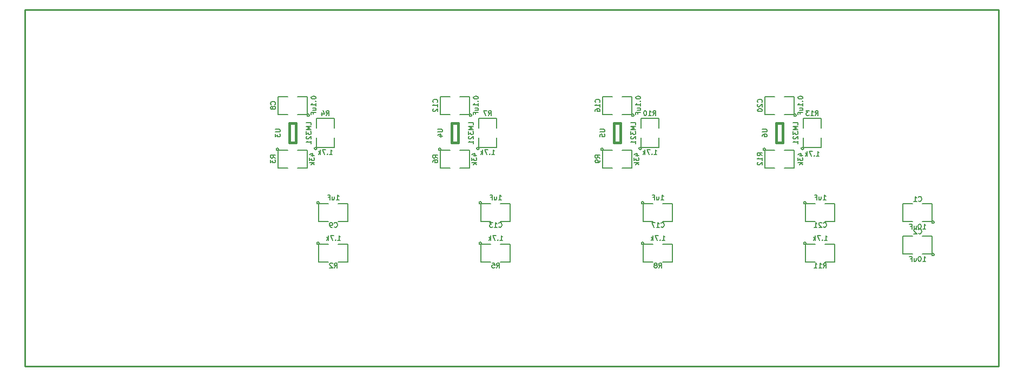
<source format=gbo>
G04 (created by PCBNEW-RS274X (2010-03-14)-final) date Mon 23 May 2011 01:34:54 PM PDT*
G01*
G70*
G90*
%MOIN*%
G04 Gerber Fmt 3.4, Leading zero omitted, Abs format*
%FSLAX34Y34*%
G04 APERTURE LIST*
%ADD10C,0.006000*%
%ADD11C,0.009000*%
%ADD12C,0.015000*%
%ADD13C,0.005000*%
G04 APERTURE END LIST*
G54D10*
G54D11*
X25500Y-33500D02*
X25500Y-55500D01*
X85500Y-33500D02*
X25500Y-33500D01*
X85500Y-55500D02*
X85500Y-33500D01*
X25500Y-55500D02*
X85500Y-55500D01*
G54D12*
X41800Y-40500D02*
X42200Y-40500D01*
X42200Y-40500D02*
X42200Y-41700D01*
X42200Y-41700D02*
X41800Y-41700D01*
X41800Y-41700D02*
X41800Y-40500D01*
X51800Y-40500D02*
X52200Y-40500D01*
X52200Y-40500D02*
X52200Y-41700D01*
X52200Y-41700D02*
X51800Y-41700D01*
X51800Y-41700D02*
X51800Y-40500D01*
X61800Y-40500D02*
X62200Y-40500D01*
X62200Y-40500D02*
X62200Y-41700D01*
X62200Y-41700D02*
X61800Y-41700D01*
X61800Y-41700D02*
X61800Y-40500D01*
X71800Y-40500D02*
X72200Y-40500D01*
X72200Y-40500D02*
X72200Y-41700D01*
X72200Y-41700D02*
X71800Y-41700D01*
X71800Y-41700D02*
X71800Y-40500D01*
G54D13*
X81520Y-48600D02*
X81518Y-48613D01*
X81514Y-48626D01*
X81508Y-48638D01*
X81499Y-48649D01*
X81489Y-48658D01*
X81477Y-48664D01*
X81464Y-48668D01*
X81450Y-48669D01*
X81437Y-48668D01*
X81424Y-48664D01*
X81412Y-48658D01*
X81402Y-48650D01*
X81393Y-48639D01*
X81386Y-48627D01*
X81382Y-48614D01*
X81381Y-48600D01*
X81382Y-48588D01*
X81385Y-48575D01*
X81392Y-48563D01*
X81400Y-48552D01*
X81411Y-48543D01*
X81422Y-48536D01*
X81435Y-48532D01*
X81449Y-48531D01*
X81462Y-48532D01*
X81475Y-48535D01*
X81487Y-48541D01*
X81498Y-48550D01*
X81507Y-48560D01*
X81513Y-48572D01*
X81518Y-48585D01*
X81519Y-48599D01*
X81520Y-48600D01*
X80800Y-47450D02*
X81400Y-47450D01*
X81400Y-47450D02*
X81400Y-48550D01*
X81400Y-48550D02*
X80800Y-48550D01*
X80200Y-48550D02*
X79600Y-48550D01*
X79600Y-48550D02*
X79600Y-47450D01*
X79600Y-47450D02*
X80200Y-47450D01*
X43020Y-40000D02*
X43018Y-40013D01*
X43014Y-40026D01*
X43008Y-40038D01*
X42999Y-40049D01*
X42989Y-40058D01*
X42977Y-40064D01*
X42964Y-40068D01*
X42950Y-40069D01*
X42937Y-40068D01*
X42924Y-40064D01*
X42912Y-40058D01*
X42902Y-40050D01*
X42893Y-40039D01*
X42886Y-40027D01*
X42882Y-40014D01*
X42881Y-40000D01*
X42882Y-39988D01*
X42885Y-39975D01*
X42892Y-39963D01*
X42900Y-39952D01*
X42911Y-39943D01*
X42922Y-39936D01*
X42935Y-39932D01*
X42949Y-39931D01*
X42962Y-39932D01*
X42975Y-39935D01*
X42987Y-39941D01*
X42998Y-39950D01*
X43007Y-39960D01*
X43013Y-39972D01*
X43018Y-39985D01*
X43019Y-39999D01*
X43020Y-40000D01*
X42300Y-38850D02*
X42900Y-38850D01*
X42900Y-38850D02*
X42900Y-39950D01*
X42900Y-39950D02*
X42300Y-39950D01*
X41700Y-39950D02*
X41100Y-39950D01*
X41100Y-39950D02*
X41100Y-38850D01*
X41100Y-38850D02*
X41700Y-38850D01*
X43620Y-45400D02*
X43618Y-45413D01*
X43614Y-45426D01*
X43608Y-45438D01*
X43599Y-45449D01*
X43589Y-45458D01*
X43577Y-45464D01*
X43564Y-45468D01*
X43550Y-45469D01*
X43537Y-45468D01*
X43524Y-45464D01*
X43512Y-45458D01*
X43502Y-45450D01*
X43493Y-45439D01*
X43486Y-45427D01*
X43482Y-45414D01*
X43481Y-45400D01*
X43482Y-45388D01*
X43485Y-45375D01*
X43492Y-45363D01*
X43500Y-45352D01*
X43511Y-45343D01*
X43522Y-45336D01*
X43535Y-45332D01*
X43549Y-45331D01*
X43562Y-45332D01*
X43575Y-45335D01*
X43587Y-45341D01*
X43598Y-45350D01*
X43607Y-45360D01*
X43613Y-45372D01*
X43618Y-45385D01*
X43619Y-45399D01*
X43620Y-45400D01*
X44200Y-46550D02*
X43600Y-46550D01*
X43600Y-46550D02*
X43600Y-45450D01*
X43600Y-45450D02*
X44200Y-45450D01*
X44800Y-45450D02*
X45400Y-45450D01*
X45400Y-45450D02*
X45400Y-46550D01*
X45400Y-46550D02*
X44800Y-46550D01*
X53020Y-40000D02*
X53018Y-40013D01*
X53014Y-40026D01*
X53008Y-40038D01*
X52999Y-40049D01*
X52989Y-40058D01*
X52977Y-40064D01*
X52964Y-40068D01*
X52950Y-40069D01*
X52937Y-40068D01*
X52924Y-40064D01*
X52912Y-40058D01*
X52902Y-40050D01*
X52893Y-40039D01*
X52886Y-40027D01*
X52882Y-40014D01*
X52881Y-40000D01*
X52882Y-39988D01*
X52885Y-39975D01*
X52892Y-39963D01*
X52900Y-39952D01*
X52911Y-39943D01*
X52922Y-39936D01*
X52935Y-39932D01*
X52949Y-39931D01*
X52962Y-39932D01*
X52975Y-39935D01*
X52987Y-39941D01*
X52998Y-39950D01*
X53007Y-39960D01*
X53013Y-39972D01*
X53018Y-39985D01*
X53019Y-39999D01*
X53020Y-40000D01*
X52300Y-38850D02*
X52900Y-38850D01*
X52900Y-38850D02*
X52900Y-39950D01*
X52900Y-39950D02*
X52300Y-39950D01*
X51700Y-39950D02*
X51100Y-39950D01*
X51100Y-39950D02*
X51100Y-38850D01*
X51100Y-38850D02*
X51700Y-38850D01*
X53620Y-45400D02*
X53618Y-45413D01*
X53614Y-45426D01*
X53608Y-45438D01*
X53599Y-45449D01*
X53589Y-45458D01*
X53577Y-45464D01*
X53564Y-45468D01*
X53550Y-45469D01*
X53537Y-45468D01*
X53524Y-45464D01*
X53512Y-45458D01*
X53502Y-45450D01*
X53493Y-45439D01*
X53486Y-45427D01*
X53482Y-45414D01*
X53481Y-45400D01*
X53482Y-45388D01*
X53485Y-45375D01*
X53492Y-45363D01*
X53500Y-45352D01*
X53511Y-45343D01*
X53522Y-45336D01*
X53535Y-45332D01*
X53549Y-45331D01*
X53562Y-45332D01*
X53575Y-45335D01*
X53587Y-45341D01*
X53598Y-45350D01*
X53607Y-45360D01*
X53613Y-45372D01*
X53618Y-45385D01*
X53619Y-45399D01*
X53620Y-45400D01*
X54200Y-46550D02*
X53600Y-46550D01*
X53600Y-46550D02*
X53600Y-45450D01*
X53600Y-45450D02*
X54200Y-45450D01*
X54800Y-45450D02*
X55400Y-45450D01*
X55400Y-45450D02*
X55400Y-46550D01*
X55400Y-46550D02*
X54800Y-46550D01*
X63020Y-40000D02*
X63018Y-40013D01*
X63014Y-40026D01*
X63008Y-40038D01*
X62999Y-40049D01*
X62989Y-40058D01*
X62977Y-40064D01*
X62964Y-40068D01*
X62950Y-40069D01*
X62937Y-40068D01*
X62924Y-40064D01*
X62912Y-40058D01*
X62902Y-40050D01*
X62893Y-40039D01*
X62886Y-40027D01*
X62882Y-40014D01*
X62881Y-40000D01*
X62882Y-39988D01*
X62885Y-39975D01*
X62892Y-39963D01*
X62900Y-39952D01*
X62911Y-39943D01*
X62922Y-39936D01*
X62935Y-39932D01*
X62949Y-39931D01*
X62962Y-39932D01*
X62975Y-39935D01*
X62987Y-39941D01*
X62998Y-39950D01*
X63007Y-39960D01*
X63013Y-39972D01*
X63018Y-39985D01*
X63019Y-39999D01*
X63020Y-40000D01*
X62300Y-38850D02*
X62900Y-38850D01*
X62900Y-38850D02*
X62900Y-39950D01*
X62900Y-39950D02*
X62300Y-39950D01*
X61700Y-39950D02*
X61100Y-39950D01*
X61100Y-39950D02*
X61100Y-38850D01*
X61100Y-38850D02*
X61700Y-38850D01*
X63620Y-45400D02*
X63618Y-45413D01*
X63614Y-45426D01*
X63608Y-45438D01*
X63599Y-45449D01*
X63589Y-45458D01*
X63577Y-45464D01*
X63564Y-45468D01*
X63550Y-45469D01*
X63537Y-45468D01*
X63524Y-45464D01*
X63512Y-45458D01*
X63502Y-45450D01*
X63493Y-45439D01*
X63486Y-45427D01*
X63482Y-45414D01*
X63481Y-45400D01*
X63482Y-45388D01*
X63485Y-45375D01*
X63492Y-45363D01*
X63500Y-45352D01*
X63511Y-45343D01*
X63522Y-45336D01*
X63535Y-45332D01*
X63549Y-45331D01*
X63562Y-45332D01*
X63575Y-45335D01*
X63587Y-45341D01*
X63598Y-45350D01*
X63607Y-45360D01*
X63613Y-45372D01*
X63618Y-45385D01*
X63619Y-45399D01*
X63620Y-45400D01*
X64200Y-46550D02*
X63600Y-46550D01*
X63600Y-46550D02*
X63600Y-45450D01*
X63600Y-45450D02*
X64200Y-45450D01*
X64800Y-45450D02*
X65400Y-45450D01*
X65400Y-45450D02*
X65400Y-46550D01*
X65400Y-46550D02*
X64800Y-46550D01*
X73020Y-40000D02*
X73018Y-40013D01*
X73014Y-40026D01*
X73008Y-40038D01*
X72999Y-40049D01*
X72989Y-40058D01*
X72977Y-40064D01*
X72964Y-40068D01*
X72950Y-40069D01*
X72937Y-40068D01*
X72924Y-40064D01*
X72912Y-40058D01*
X72902Y-40050D01*
X72893Y-40039D01*
X72886Y-40027D01*
X72882Y-40014D01*
X72881Y-40000D01*
X72882Y-39988D01*
X72885Y-39975D01*
X72892Y-39963D01*
X72900Y-39952D01*
X72911Y-39943D01*
X72922Y-39936D01*
X72935Y-39932D01*
X72949Y-39931D01*
X72962Y-39932D01*
X72975Y-39935D01*
X72987Y-39941D01*
X72998Y-39950D01*
X73007Y-39960D01*
X73013Y-39972D01*
X73018Y-39985D01*
X73019Y-39999D01*
X73020Y-40000D01*
X72300Y-38850D02*
X72900Y-38850D01*
X72900Y-38850D02*
X72900Y-39950D01*
X72900Y-39950D02*
X72300Y-39950D01*
X71700Y-39950D02*
X71100Y-39950D01*
X71100Y-39950D02*
X71100Y-38850D01*
X71100Y-38850D02*
X71700Y-38850D01*
X73620Y-45400D02*
X73618Y-45413D01*
X73614Y-45426D01*
X73608Y-45438D01*
X73599Y-45449D01*
X73589Y-45458D01*
X73577Y-45464D01*
X73564Y-45468D01*
X73550Y-45469D01*
X73537Y-45468D01*
X73524Y-45464D01*
X73512Y-45458D01*
X73502Y-45450D01*
X73493Y-45439D01*
X73486Y-45427D01*
X73482Y-45414D01*
X73481Y-45400D01*
X73482Y-45388D01*
X73485Y-45375D01*
X73492Y-45363D01*
X73500Y-45352D01*
X73511Y-45343D01*
X73522Y-45336D01*
X73535Y-45332D01*
X73549Y-45331D01*
X73562Y-45332D01*
X73575Y-45335D01*
X73587Y-45341D01*
X73598Y-45350D01*
X73607Y-45360D01*
X73613Y-45372D01*
X73618Y-45385D01*
X73619Y-45399D01*
X73620Y-45400D01*
X74200Y-46550D02*
X73600Y-46550D01*
X73600Y-46550D02*
X73600Y-45450D01*
X73600Y-45450D02*
X74200Y-45450D01*
X74800Y-45450D02*
X75400Y-45450D01*
X75400Y-45450D02*
X75400Y-46550D01*
X75400Y-46550D02*
X74800Y-46550D01*
X43620Y-47900D02*
X43618Y-47913D01*
X43614Y-47926D01*
X43608Y-47938D01*
X43599Y-47949D01*
X43589Y-47958D01*
X43577Y-47964D01*
X43564Y-47968D01*
X43550Y-47969D01*
X43537Y-47968D01*
X43524Y-47964D01*
X43512Y-47958D01*
X43502Y-47950D01*
X43493Y-47939D01*
X43486Y-47927D01*
X43482Y-47914D01*
X43481Y-47900D01*
X43482Y-47888D01*
X43485Y-47875D01*
X43492Y-47863D01*
X43500Y-47852D01*
X43511Y-47843D01*
X43522Y-47836D01*
X43535Y-47832D01*
X43549Y-47831D01*
X43562Y-47832D01*
X43575Y-47835D01*
X43587Y-47841D01*
X43598Y-47850D01*
X43607Y-47860D01*
X43613Y-47872D01*
X43618Y-47885D01*
X43619Y-47899D01*
X43620Y-47900D01*
X44200Y-49050D02*
X43600Y-49050D01*
X43600Y-49050D02*
X43600Y-47950D01*
X43600Y-47950D02*
X44200Y-47950D01*
X44800Y-47950D02*
X45400Y-47950D01*
X45400Y-47950D02*
X45400Y-49050D01*
X45400Y-49050D02*
X44800Y-49050D01*
X41120Y-42100D02*
X41118Y-42113D01*
X41114Y-42126D01*
X41108Y-42138D01*
X41099Y-42149D01*
X41089Y-42158D01*
X41077Y-42164D01*
X41064Y-42168D01*
X41050Y-42169D01*
X41037Y-42168D01*
X41024Y-42164D01*
X41012Y-42158D01*
X41002Y-42150D01*
X40993Y-42139D01*
X40986Y-42127D01*
X40982Y-42114D01*
X40981Y-42100D01*
X40982Y-42088D01*
X40985Y-42075D01*
X40992Y-42063D01*
X41000Y-42052D01*
X41011Y-42043D01*
X41022Y-42036D01*
X41035Y-42032D01*
X41049Y-42031D01*
X41062Y-42032D01*
X41075Y-42035D01*
X41087Y-42041D01*
X41098Y-42050D01*
X41107Y-42060D01*
X41113Y-42072D01*
X41118Y-42085D01*
X41119Y-42099D01*
X41120Y-42100D01*
X41700Y-43250D02*
X41100Y-43250D01*
X41100Y-43250D02*
X41100Y-42150D01*
X41100Y-42150D02*
X41700Y-42150D01*
X42300Y-42150D02*
X42900Y-42150D01*
X42900Y-42150D02*
X42900Y-43250D01*
X42900Y-43250D02*
X42300Y-43250D01*
X43470Y-42050D02*
X43468Y-42063D01*
X43464Y-42076D01*
X43458Y-42088D01*
X43449Y-42099D01*
X43439Y-42108D01*
X43427Y-42114D01*
X43414Y-42118D01*
X43400Y-42119D01*
X43387Y-42118D01*
X43374Y-42114D01*
X43362Y-42108D01*
X43352Y-42100D01*
X43343Y-42089D01*
X43336Y-42077D01*
X43332Y-42064D01*
X43331Y-42050D01*
X43332Y-42038D01*
X43335Y-42025D01*
X43342Y-42013D01*
X43350Y-42002D01*
X43361Y-41993D01*
X43372Y-41986D01*
X43385Y-41982D01*
X43399Y-41981D01*
X43412Y-41982D01*
X43425Y-41985D01*
X43437Y-41991D01*
X43448Y-42000D01*
X43457Y-42010D01*
X43463Y-42022D01*
X43468Y-42035D01*
X43469Y-42049D01*
X43470Y-42050D01*
X44550Y-41400D02*
X44550Y-42000D01*
X44550Y-42000D02*
X43450Y-42000D01*
X43450Y-42000D02*
X43450Y-41400D01*
X43450Y-40800D02*
X43450Y-40200D01*
X43450Y-40200D02*
X44550Y-40200D01*
X44550Y-40200D02*
X44550Y-40800D01*
X53620Y-47900D02*
X53618Y-47913D01*
X53614Y-47926D01*
X53608Y-47938D01*
X53599Y-47949D01*
X53589Y-47958D01*
X53577Y-47964D01*
X53564Y-47968D01*
X53550Y-47969D01*
X53537Y-47968D01*
X53524Y-47964D01*
X53512Y-47958D01*
X53502Y-47950D01*
X53493Y-47939D01*
X53486Y-47927D01*
X53482Y-47914D01*
X53481Y-47900D01*
X53482Y-47888D01*
X53485Y-47875D01*
X53492Y-47863D01*
X53500Y-47852D01*
X53511Y-47843D01*
X53522Y-47836D01*
X53535Y-47832D01*
X53549Y-47831D01*
X53562Y-47832D01*
X53575Y-47835D01*
X53587Y-47841D01*
X53598Y-47850D01*
X53607Y-47860D01*
X53613Y-47872D01*
X53618Y-47885D01*
X53619Y-47899D01*
X53620Y-47900D01*
X54200Y-49050D02*
X53600Y-49050D01*
X53600Y-49050D02*
X53600Y-47950D01*
X53600Y-47950D02*
X54200Y-47950D01*
X54800Y-47950D02*
X55400Y-47950D01*
X55400Y-47950D02*
X55400Y-49050D01*
X55400Y-49050D02*
X54800Y-49050D01*
X51120Y-42100D02*
X51118Y-42113D01*
X51114Y-42126D01*
X51108Y-42138D01*
X51099Y-42149D01*
X51089Y-42158D01*
X51077Y-42164D01*
X51064Y-42168D01*
X51050Y-42169D01*
X51037Y-42168D01*
X51024Y-42164D01*
X51012Y-42158D01*
X51002Y-42150D01*
X50993Y-42139D01*
X50986Y-42127D01*
X50982Y-42114D01*
X50981Y-42100D01*
X50982Y-42088D01*
X50985Y-42075D01*
X50992Y-42063D01*
X51000Y-42052D01*
X51011Y-42043D01*
X51022Y-42036D01*
X51035Y-42032D01*
X51049Y-42031D01*
X51062Y-42032D01*
X51075Y-42035D01*
X51087Y-42041D01*
X51098Y-42050D01*
X51107Y-42060D01*
X51113Y-42072D01*
X51118Y-42085D01*
X51119Y-42099D01*
X51120Y-42100D01*
X51700Y-43250D02*
X51100Y-43250D01*
X51100Y-43250D02*
X51100Y-42150D01*
X51100Y-42150D02*
X51700Y-42150D01*
X52300Y-42150D02*
X52900Y-42150D01*
X52900Y-42150D02*
X52900Y-43250D01*
X52900Y-43250D02*
X52300Y-43250D01*
X53470Y-42050D02*
X53468Y-42063D01*
X53464Y-42076D01*
X53458Y-42088D01*
X53449Y-42099D01*
X53439Y-42108D01*
X53427Y-42114D01*
X53414Y-42118D01*
X53400Y-42119D01*
X53387Y-42118D01*
X53374Y-42114D01*
X53362Y-42108D01*
X53352Y-42100D01*
X53343Y-42089D01*
X53336Y-42077D01*
X53332Y-42064D01*
X53331Y-42050D01*
X53332Y-42038D01*
X53335Y-42025D01*
X53342Y-42013D01*
X53350Y-42002D01*
X53361Y-41993D01*
X53372Y-41986D01*
X53385Y-41982D01*
X53399Y-41981D01*
X53412Y-41982D01*
X53425Y-41985D01*
X53437Y-41991D01*
X53448Y-42000D01*
X53457Y-42010D01*
X53463Y-42022D01*
X53468Y-42035D01*
X53469Y-42049D01*
X53470Y-42050D01*
X54550Y-41400D02*
X54550Y-42000D01*
X54550Y-42000D02*
X53450Y-42000D01*
X53450Y-42000D02*
X53450Y-41400D01*
X53450Y-40800D02*
X53450Y-40200D01*
X53450Y-40200D02*
X54550Y-40200D01*
X54550Y-40200D02*
X54550Y-40800D01*
X63620Y-47900D02*
X63618Y-47913D01*
X63614Y-47926D01*
X63608Y-47938D01*
X63599Y-47949D01*
X63589Y-47958D01*
X63577Y-47964D01*
X63564Y-47968D01*
X63550Y-47969D01*
X63537Y-47968D01*
X63524Y-47964D01*
X63512Y-47958D01*
X63502Y-47950D01*
X63493Y-47939D01*
X63486Y-47927D01*
X63482Y-47914D01*
X63481Y-47900D01*
X63482Y-47888D01*
X63485Y-47875D01*
X63492Y-47863D01*
X63500Y-47852D01*
X63511Y-47843D01*
X63522Y-47836D01*
X63535Y-47832D01*
X63549Y-47831D01*
X63562Y-47832D01*
X63575Y-47835D01*
X63587Y-47841D01*
X63598Y-47850D01*
X63607Y-47860D01*
X63613Y-47872D01*
X63618Y-47885D01*
X63619Y-47899D01*
X63620Y-47900D01*
X64200Y-49050D02*
X63600Y-49050D01*
X63600Y-49050D02*
X63600Y-47950D01*
X63600Y-47950D02*
X64200Y-47950D01*
X64800Y-47950D02*
X65400Y-47950D01*
X65400Y-47950D02*
X65400Y-49050D01*
X65400Y-49050D02*
X64800Y-49050D01*
X61120Y-42100D02*
X61118Y-42113D01*
X61114Y-42126D01*
X61108Y-42138D01*
X61099Y-42149D01*
X61089Y-42158D01*
X61077Y-42164D01*
X61064Y-42168D01*
X61050Y-42169D01*
X61037Y-42168D01*
X61024Y-42164D01*
X61012Y-42158D01*
X61002Y-42150D01*
X60993Y-42139D01*
X60986Y-42127D01*
X60982Y-42114D01*
X60981Y-42100D01*
X60982Y-42088D01*
X60985Y-42075D01*
X60992Y-42063D01*
X61000Y-42052D01*
X61011Y-42043D01*
X61022Y-42036D01*
X61035Y-42032D01*
X61049Y-42031D01*
X61062Y-42032D01*
X61075Y-42035D01*
X61087Y-42041D01*
X61098Y-42050D01*
X61107Y-42060D01*
X61113Y-42072D01*
X61118Y-42085D01*
X61119Y-42099D01*
X61120Y-42100D01*
X61700Y-43250D02*
X61100Y-43250D01*
X61100Y-43250D02*
X61100Y-42150D01*
X61100Y-42150D02*
X61700Y-42150D01*
X62300Y-42150D02*
X62900Y-42150D01*
X62900Y-42150D02*
X62900Y-43250D01*
X62900Y-43250D02*
X62300Y-43250D01*
X63470Y-42050D02*
X63468Y-42063D01*
X63464Y-42076D01*
X63458Y-42088D01*
X63449Y-42099D01*
X63439Y-42108D01*
X63427Y-42114D01*
X63414Y-42118D01*
X63400Y-42119D01*
X63387Y-42118D01*
X63374Y-42114D01*
X63362Y-42108D01*
X63352Y-42100D01*
X63343Y-42089D01*
X63336Y-42077D01*
X63332Y-42064D01*
X63331Y-42050D01*
X63332Y-42038D01*
X63335Y-42025D01*
X63342Y-42013D01*
X63350Y-42002D01*
X63361Y-41993D01*
X63372Y-41986D01*
X63385Y-41982D01*
X63399Y-41981D01*
X63412Y-41982D01*
X63425Y-41985D01*
X63437Y-41991D01*
X63448Y-42000D01*
X63457Y-42010D01*
X63463Y-42022D01*
X63468Y-42035D01*
X63469Y-42049D01*
X63470Y-42050D01*
X64550Y-41400D02*
X64550Y-42000D01*
X64550Y-42000D02*
X63450Y-42000D01*
X63450Y-42000D02*
X63450Y-41400D01*
X63450Y-40800D02*
X63450Y-40200D01*
X63450Y-40200D02*
X64550Y-40200D01*
X64550Y-40200D02*
X64550Y-40800D01*
X73620Y-47900D02*
X73618Y-47913D01*
X73614Y-47926D01*
X73608Y-47938D01*
X73599Y-47949D01*
X73589Y-47958D01*
X73577Y-47964D01*
X73564Y-47968D01*
X73550Y-47969D01*
X73537Y-47968D01*
X73524Y-47964D01*
X73512Y-47958D01*
X73502Y-47950D01*
X73493Y-47939D01*
X73486Y-47927D01*
X73482Y-47914D01*
X73481Y-47900D01*
X73482Y-47888D01*
X73485Y-47875D01*
X73492Y-47863D01*
X73500Y-47852D01*
X73511Y-47843D01*
X73522Y-47836D01*
X73535Y-47832D01*
X73549Y-47831D01*
X73562Y-47832D01*
X73575Y-47835D01*
X73587Y-47841D01*
X73598Y-47850D01*
X73607Y-47860D01*
X73613Y-47872D01*
X73618Y-47885D01*
X73619Y-47899D01*
X73620Y-47900D01*
X74200Y-49050D02*
X73600Y-49050D01*
X73600Y-49050D02*
X73600Y-47950D01*
X73600Y-47950D02*
X74200Y-47950D01*
X74800Y-47950D02*
X75400Y-47950D01*
X75400Y-47950D02*
X75400Y-49050D01*
X75400Y-49050D02*
X74800Y-49050D01*
X71120Y-42100D02*
X71118Y-42113D01*
X71114Y-42126D01*
X71108Y-42138D01*
X71099Y-42149D01*
X71089Y-42158D01*
X71077Y-42164D01*
X71064Y-42168D01*
X71050Y-42169D01*
X71037Y-42168D01*
X71024Y-42164D01*
X71012Y-42158D01*
X71002Y-42150D01*
X70993Y-42139D01*
X70986Y-42127D01*
X70982Y-42114D01*
X70981Y-42100D01*
X70982Y-42088D01*
X70985Y-42075D01*
X70992Y-42063D01*
X71000Y-42052D01*
X71011Y-42043D01*
X71022Y-42036D01*
X71035Y-42032D01*
X71049Y-42031D01*
X71062Y-42032D01*
X71075Y-42035D01*
X71087Y-42041D01*
X71098Y-42050D01*
X71107Y-42060D01*
X71113Y-42072D01*
X71118Y-42085D01*
X71119Y-42099D01*
X71120Y-42100D01*
X71700Y-43250D02*
X71100Y-43250D01*
X71100Y-43250D02*
X71100Y-42150D01*
X71100Y-42150D02*
X71700Y-42150D01*
X72300Y-42150D02*
X72900Y-42150D01*
X72900Y-42150D02*
X72900Y-43250D01*
X72900Y-43250D02*
X72300Y-43250D01*
X73470Y-42050D02*
X73468Y-42063D01*
X73464Y-42076D01*
X73458Y-42088D01*
X73449Y-42099D01*
X73439Y-42108D01*
X73427Y-42114D01*
X73414Y-42118D01*
X73400Y-42119D01*
X73387Y-42118D01*
X73374Y-42114D01*
X73362Y-42108D01*
X73352Y-42100D01*
X73343Y-42089D01*
X73336Y-42077D01*
X73332Y-42064D01*
X73331Y-42050D01*
X73332Y-42038D01*
X73335Y-42025D01*
X73342Y-42013D01*
X73350Y-42002D01*
X73361Y-41993D01*
X73372Y-41986D01*
X73385Y-41982D01*
X73399Y-41981D01*
X73412Y-41982D01*
X73425Y-41985D01*
X73437Y-41991D01*
X73448Y-42000D01*
X73457Y-42010D01*
X73463Y-42022D01*
X73468Y-42035D01*
X73469Y-42049D01*
X73470Y-42050D01*
X74550Y-41400D02*
X74550Y-42000D01*
X74550Y-42000D02*
X73450Y-42000D01*
X73450Y-42000D02*
X73450Y-41400D01*
X73450Y-40800D02*
X73450Y-40200D01*
X73450Y-40200D02*
X74550Y-40200D01*
X74550Y-40200D02*
X74550Y-40800D01*
X81520Y-46600D02*
X81518Y-46613D01*
X81514Y-46626D01*
X81508Y-46638D01*
X81499Y-46649D01*
X81489Y-46658D01*
X81477Y-46664D01*
X81464Y-46668D01*
X81450Y-46669D01*
X81437Y-46668D01*
X81424Y-46664D01*
X81412Y-46658D01*
X81402Y-46650D01*
X81393Y-46639D01*
X81386Y-46627D01*
X81382Y-46614D01*
X81381Y-46600D01*
X81382Y-46588D01*
X81385Y-46575D01*
X81392Y-46563D01*
X81400Y-46552D01*
X81411Y-46543D01*
X81422Y-46536D01*
X81435Y-46532D01*
X81449Y-46531D01*
X81462Y-46532D01*
X81475Y-46535D01*
X81487Y-46541D01*
X81498Y-46550D01*
X81507Y-46560D01*
X81513Y-46572D01*
X81518Y-46585D01*
X81519Y-46599D01*
X81520Y-46600D01*
X80800Y-45450D02*
X81400Y-45450D01*
X81400Y-45450D02*
X81400Y-46550D01*
X81400Y-46550D02*
X80800Y-46550D01*
X80200Y-46550D02*
X79600Y-46550D01*
X79600Y-46550D02*
X79600Y-45450D01*
X79600Y-45450D02*
X80200Y-45450D01*
X40921Y-40871D02*
X41164Y-40871D01*
X41193Y-40886D01*
X41207Y-40900D01*
X41221Y-40929D01*
X41221Y-40986D01*
X41207Y-41014D01*
X41193Y-41029D01*
X41164Y-41043D01*
X40921Y-41043D01*
X40921Y-41157D02*
X40921Y-41343D01*
X41036Y-41243D01*
X41036Y-41285D01*
X41050Y-41314D01*
X41064Y-41328D01*
X41093Y-41343D01*
X41164Y-41343D01*
X41193Y-41328D01*
X41207Y-41314D01*
X41221Y-41285D01*
X41221Y-41200D01*
X41207Y-41171D01*
X41193Y-41157D01*
X43121Y-40592D02*
X43121Y-40449D01*
X42821Y-40449D01*
X43121Y-40692D02*
X42821Y-40692D01*
X43036Y-40792D01*
X42821Y-40892D01*
X43121Y-40892D01*
X42821Y-41007D02*
X42821Y-41193D01*
X42936Y-41093D01*
X42936Y-41135D01*
X42950Y-41164D01*
X42964Y-41178D01*
X42993Y-41193D01*
X43064Y-41193D01*
X43093Y-41178D01*
X43107Y-41164D01*
X43121Y-41135D01*
X43121Y-41050D01*
X43107Y-41021D01*
X43093Y-41007D01*
X42850Y-41307D02*
X42836Y-41321D01*
X42821Y-41350D01*
X42821Y-41421D01*
X42836Y-41450D01*
X42850Y-41464D01*
X42879Y-41479D01*
X42907Y-41479D01*
X42950Y-41464D01*
X43121Y-41293D01*
X43121Y-41479D01*
X43121Y-41765D02*
X43121Y-41593D01*
X43121Y-41679D02*
X42821Y-41679D01*
X42864Y-41650D01*
X42893Y-41622D01*
X42907Y-41593D01*
X50921Y-40871D02*
X51164Y-40871D01*
X51193Y-40886D01*
X51207Y-40900D01*
X51221Y-40929D01*
X51221Y-40986D01*
X51207Y-41014D01*
X51193Y-41029D01*
X51164Y-41043D01*
X50921Y-41043D01*
X51021Y-41314D02*
X51221Y-41314D01*
X50907Y-41243D02*
X51121Y-41171D01*
X51121Y-41357D01*
X53121Y-40592D02*
X53121Y-40449D01*
X52821Y-40449D01*
X53121Y-40692D02*
X52821Y-40692D01*
X53036Y-40792D01*
X52821Y-40892D01*
X53121Y-40892D01*
X52821Y-41007D02*
X52821Y-41193D01*
X52936Y-41093D01*
X52936Y-41135D01*
X52950Y-41164D01*
X52964Y-41178D01*
X52993Y-41193D01*
X53064Y-41193D01*
X53093Y-41178D01*
X53107Y-41164D01*
X53121Y-41135D01*
X53121Y-41050D01*
X53107Y-41021D01*
X53093Y-41007D01*
X52850Y-41307D02*
X52836Y-41321D01*
X52821Y-41350D01*
X52821Y-41421D01*
X52836Y-41450D01*
X52850Y-41464D01*
X52879Y-41479D01*
X52907Y-41479D01*
X52950Y-41464D01*
X53121Y-41293D01*
X53121Y-41479D01*
X53121Y-41765D02*
X53121Y-41593D01*
X53121Y-41679D02*
X52821Y-41679D01*
X52864Y-41650D01*
X52893Y-41622D01*
X52907Y-41593D01*
X60921Y-40871D02*
X61164Y-40871D01*
X61193Y-40886D01*
X61207Y-40900D01*
X61221Y-40929D01*
X61221Y-40986D01*
X61207Y-41014D01*
X61193Y-41029D01*
X61164Y-41043D01*
X60921Y-41043D01*
X60921Y-41328D02*
X60921Y-41185D01*
X61064Y-41171D01*
X61050Y-41185D01*
X61036Y-41214D01*
X61036Y-41285D01*
X61050Y-41314D01*
X61064Y-41328D01*
X61093Y-41343D01*
X61164Y-41343D01*
X61193Y-41328D01*
X61207Y-41314D01*
X61221Y-41285D01*
X61221Y-41214D01*
X61207Y-41185D01*
X61193Y-41171D01*
X63121Y-40592D02*
X63121Y-40449D01*
X62821Y-40449D01*
X63121Y-40692D02*
X62821Y-40692D01*
X63036Y-40792D01*
X62821Y-40892D01*
X63121Y-40892D01*
X62821Y-41007D02*
X62821Y-41193D01*
X62936Y-41093D01*
X62936Y-41135D01*
X62950Y-41164D01*
X62964Y-41178D01*
X62993Y-41193D01*
X63064Y-41193D01*
X63093Y-41178D01*
X63107Y-41164D01*
X63121Y-41135D01*
X63121Y-41050D01*
X63107Y-41021D01*
X63093Y-41007D01*
X62850Y-41307D02*
X62836Y-41321D01*
X62821Y-41350D01*
X62821Y-41421D01*
X62836Y-41450D01*
X62850Y-41464D01*
X62879Y-41479D01*
X62907Y-41479D01*
X62950Y-41464D01*
X63121Y-41293D01*
X63121Y-41479D01*
X63121Y-41765D02*
X63121Y-41593D01*
X63121Y-41679D02*
X62821Y-41679D01*
X62864Y-41650D01*
X62893Y-41622D01*
X62907Y-41593D01*
X70921Y-40871D02*
X71164Y-40871D01*
X71193Y-40886D01*
X71207Y-40900D01*
X71221Y-40929D01*
X71221Y-40986D01*
X71207Y-41014D01*
X71193Y-41029D01*
X71164Y-41043D01*
X70921Y-41043D01*
X70921Y-41314D02*
X70921Y-41257D01*
X70936Y-41228D01*
X70950Y-41214D01*
X70993Y-41185D01*
X71050Y-41171D01*
X71164Y-41171D01*
X71193Y-41185D01*
X71207Y-41200D01*
X71221Y-41228D01*
X71221Y-41285D01*
X71207Y-41314D01*
X71193Y-41328D01*
X71164Y-41343D01*
X71093Y-41343D01*
X71064Y-41328D01*
X71050Y-41314D01*
X71036Y-41285D01*
X71036Y-41228D01*
X71050Y-41200D01*
X71064Y-41185D01*
X71093Y-41171D01*
X73121Y-40592D02*
X73121Y-40449D01*
X72821Y-40449D01*
X73121Y-40692D02*
X72821Y-40692D01*
X73036Y-40792D01*
X72821Y-40892D01*
X73121Y-40892D01*
X72821Y-41007D02*
X72821Y-41193D01*
X72936Y-41093D01*
X72936Y-41135D01*
X72950Y-41164D01*
X72964Y-41178D01*
X72993Y-41193D01*
X73064Y-41193D01*
X73093Y-41178D01*
X73107Y-41164D01*
X73121Y-41135D01*
X73121Y-41050D01*
X73107Y-41021D01*
X73093Y-41007D01*
X72850Y-41307D02*
X72836Y-41321D01*
X72821Y-41350D01*
X72821Y-41421D01*
X72836Y-41450D01*
X72850Y-41464D01*
X72879Y-41479D01*
X72907Y-41479D01*
X72950Y-41464D01*
X73121Y-41293D01*
X73121Y-41479D01*
X73121Y-41765D02*
X73121Y-41593D01*
X73121Y-41679D02*
X72821Y-41679D01*
X72864Y-41650D01*
X72893Y-41622D01*
X72907Y-41593D01*
X80550Y-47293D02*
X80564Y-47307D01*
X80607Y-47321D01*
X80636Y-47321D01*
X80679Y-47307D01*
X80707Y-47279D01*
X80722Y-47250D01*
X80736Y-47193D01*
X80736Y-47150D01*
X80722Y-47093D01*
X80707Y-47064D01*
X80679Y-47036D01*
X80636Y-47021D01*
X80607Y-47021D01*
X80564Y-47036D01*
X80550Y-47050D01*
X80436Y-47050D02*
X80422Y-47036D01*
X80393Y-47021D01*
X80322Y-47021D01*
X80293Y-47036D01*
X80279Y-47050D01*
X80264Y-47079D01*
X80264Y-47107D01*
X80279Y-47150D01*
X80450Y-47321D01*
X80264Y-47321D01*
X80821Y-49021D02*
X80993Y-49021D01*
X80907Y-49021D02*
X80907Y-48721D01*
X80936Y-48764D01*
X80964Y-48793D01*
X80993Y-48807D01*
X80635Y-48721D02*
X80607Y-48721D01*
X80578Y-48736D01*
X80564Y-48750D01*
X80550Y-48779D01*
X80535Y-48836D01*
X80535Y-48907D01*
X80550Y-48964D01*
X80564Y-48993D01*
X80578Y-49007D01*
X80607Y-49021D01*
X80635Y-49021D01*
X80664Y-49007D01*
X80678Y-48993D01*
X80693Y-48964D01*
X80707Y-48907D01*
X80707Y-48836D01*
X80693Y-48779D01*
X80678Y-48750D01*
X80664Y-48736D01*
X80635Y-48721D01*
X80278Y-48821D02*
X80278Y-49021D01*
X80407Y-48821D02*
X80407Y-48979D01*
X80392Y-49007D01*
X80364Y-49021D01*
X80321Y-49021D01*
X80292Y-49007D01*
X80278Y-48993D01*
X80036Y-48864D02*
X80136Y-48864D01*
X80136Y-49021D02*
X80136Y-48721D01*
X79993Y-48721D01*
X40893Y-39350D02*
X40907Y-39336D01*
X40921Y-39293D01*
X40921Y-39264D01*
X40907Y-39221D01*
X40879Y-39193D01*
X40850Y-39178D01*
X40793Y-39164D01*
X40750Y-39164D01*
X40693Y-39178D01*
X40664Y-39193D01*
X40636Y-39221D01*
X40621Y-39264D01*
X40621Y-39293D01*
X40636Y-39336D01*
X40650Y-39350D01*
X40750Y-39521D02*
X40736Y-39493D01*
X40721Y-39478D01*
X40693Y-39464D01*
X40679Y-39464D01*
X40650Y-39478D01*
X40636Y-39493D01*
X40621Y-39521D01*
X40621Y-39578D01*
X40636Y-39607D01*
X40650Y-39621D01*
X40679Y-39636D01*
X40693Y-39636D01*
X40721Y-39621D01*
X40736Y-39607D01*
X40750Y-39578D01*
X40750Y-39521D01*
X40764Y-39493D01*
X40779Y-39478D01*
X40807Y-39464D01*
X40864Y-39464D01*
X40893Y-39478D01*
X40907Y-39493D01*
X40921Y-39521D01*
X40921Y-39578D01*
X40907Y-39607D01*
X40893Y-39621D01*
X40864Y-39636D01*
X40807Y-39636D01*
X40779Y-39621D01*
X40764Y-39607D01*
X40750Y-39578D01*
X43121Y-38908D02*
X43121Y-38936D01*
X43136Y-38965D01*
X43150Y-38979D01*
X43179Y-38993D01*
X43236Y-39008D01*
X43307Y-39008D01*
X43364Y-38993D01*
X43393Y-38979D01*
X43407Y-38965D01*
X43421Y-38936D01*
X43421Y-38908D01*
X43407Y-38879D01*
X43393Y-38865D01*
X43364Y-38850D01*
X43307Y-38836D01*
X43236Y-38836D01*
X43179Y-38850D01*
X43150Y-38865D01*
X43136Y-38879D01*
X43121Y-38908D01*
X43393Y-39136D02*
X43407Y-39151D01*
X43421Y-39136D01*
X43407Y-39122D01*
X43393Y-39136D01*
X43421Y-39136D01*
X43421Y-39437D02*
X43421Y-39265D01*
X43421Y-39351D02*
X43121Y-39351D01*
X43164Y-39322D01*
X43193Y-39294D01*
X43207Y-39265D01*
X43221Y-39694D02*
X43421Y-39694D01*
X43221Y-39565D02*
X43379Y-39565D01*
X43407Y-39580D01*
X43421Y-39608D01*
X43421Y-39651D01*
X43407Y-39680D01*
X43393Y-39694D01*
X43264Y-39936D02*
X43264Y-39836D01*
X43421Y-39836D02*
X43121Y-39836D01*
X43121Y-39979D01*
X44550Y-46893D02*
X44564Y-46907D01*
X44607Y-46921D01*
X44636Y-46921D01*
X44679Y-46907D01*
X44707Y-46879D01*
X44722Y-46850D01*
X44736Y-46793D01*
X44736Y-46750D01*
X44722Y-46693D01*
X44707Y-46664D01*
X44679Y-46636D01*
X44636Y-46621D01*
X44607Y-46621D01*
X44564Y-46636D01*
X44550Y-46650D01*
X44407Y-46921D02*
X44350Y-46921D01*
X44322Y-46907D01*
X44307Y-46893D01*
X44279Y-46850D01*
X44264Y-46793D01*
X44264Y-46679D01*
X44279Y-46650D01*
X44293Y-46636D01*
X44322Y-46621D01*
X44379Y-46621D01*
X44407Y-46636D01*
X44422Y-46650D01*
X44436Y-46679D01*
X44436Y-46750D01*
X44422Y-46779D01*
X44407Y-46793D01*
X44379Y-46807D01*
X44322Y-46807D01*
X44293Y-46793D01*
X44279Y-46779D01*
X44264Y-46750D01*
X44678Y-45221D02*
X44850Y-45221D01*
X44764Y-45221D02*
X44764Y-44921D01*
X44793Y-44964D01*
X44821Y-44993D01*
X44850Y-45007D01*
X44421Y-45021D02*
X44421Y-45221D01*
X44550Y-45021D02*
X44550Y-45179D01*
X44535Y-45207D01*
X44507Y-45221D01*
X44464Y-45221D01*
X44435Y-45207D01*
X44421Y-45193D01*
X44179Y-45064D02*
X44279Y-45064D01*
X44279Y-45221D02*
X44279Y-44921D01*
X44136Y-44921D01*
X50893Y-39207D02*
X50907Y-39193D01*
X50921Y-39150D01*
X50921Y-39121D01*
X50907Y-39078D01*
X50879Y-39050D01*
X50850Y-39035D01*
X50793Y-39021D01*
X50750Y-39021D01*
X50693Y-39035D01*
X50664Y-39050D01*
X50636Y-39078D01*
X50621Y-39121D01*
X50621Y-39150D01*
X50636Y-39193D01*
X50650Y-39207D01*
X50921Y-39493D02*
X50921Y-39321D01*
X50921Y-39407D02*
X50621Y-39407D01*
X50664Y-39378D01*
X50693Y-39350D01*
X50707Y-39321D01*
X50650Y-39607D02*
X50636Y-39621D01*
X50621Y-39650D01*
X50621Y-39721D01*
X50636Y-39750D01*
X50650Y-39764D01*
X50679Y-39779D01*
X50707Y-39779D01*
X50750Y-39764D01*
X50921Y-39593D01*
X50921Y-39779D01*
X53121Y-38908D02*
X53121Y-38936D01*
X53136Y-38965D01*
X53150Y-38979D01*
X53179Y-38993D01*
X53236Y-39008D01*
X53307Y-39008D01*
X53364Y-38993D01*
X53393Y-38979D01*
X53407Y-38965D01*
X53421Y-38936D01*
X53421Y-38908D01*
X53407Y-38879D01*
X53393Y-38865D01*
X53364Y-38850D01*
X53307Y-38836D01*
X53236Y-38836D01*
X53179Y-38850D01*
X53150Y-38865D01*
X53136Y-38879D01*
X53121Y-38908D01*
X53393Y-39136D02*
X53407Y-39151D01*
X53421Y-39136D01*
X53407Y-39122D01*
X53393Y-39136D01*
X53421Y-39136D01*
X53421Y-39437D02*
X53421Y-39265D01*
X53421Y-39351D02*
X53121Y-39351D01*
X53164Y-39322D01*
X53193Y-39294D01*
X53207Y-39265D01*
X53221Y-39694D02*
X53421Y-39694D01*
X53221Y-39565D02*
X53379Y-39565D01*
X53407Y-39580D01*
X53421Y-39608D01*
X53421Y-39651D01*
X53407Y-39680D01*
X53393Y-39694D01*
X53264Y-39936D02*
X53264Y-39836D01*
X53421Y-39836D02*
X53121Y-39836D01*
X53121Y-39979D01*
X54693Y-46893D02*
X54707Y-46907D01*
X54750Y-46921D01*
X54779Y-46921D01*
X54822Y-46907D01*
X54850Y-46879D01*
X54865Y-46850D01*
X54879Y-46793D01*
X54879Y-46750D01*
X54865Y-46693D01*
X54850Y-46664D01*
X54822Y-46636D01*
X54779Y-46621D01*
X54750Y-46621D01*
X54707Y-46636D01*
X54693Y-46650D01*
X54407Y-46921D02*
X54579Y-46921D01*
X54493Y-46921D02*
X54493Y-46621D01*
X54522Y-46664D01*
X54550Y-46693D01*
X54579Y-46707D01*
X54307Y-46621D02*
X54121Y-46621D01*
X54221Y-46736D01*
X54179Y-46736D01*
X54150Y-46750D01*
X54136Y-46764D01*
X54121Y-46793D01*
X54121Y-46864D01*
X54136Y-46893D01*
X54150Y-46907D01*
X54179Y-46921D01*
X54264Y-46921D01*
X54293Y-46907D01*
X54307Y-46893D01*
X54678Y-45221D02*
X54850Y-45221D01*
X54764Y-45221D02*
X54764Y-44921D01*
X54793Y-44964D01*
X54821Y-44993D01*
X54850Y-45007D01*
X54421Y-45021D02*
X54421Y-45221D01*
X54550Y-45021D02*
X54550Y-45179D01*
X54535Y-45207D01*
X54507Y-45221D01*
X54464Y-45221D01*
X54435Y-45207D01*
X54421Y-45193D01*
X54179Y-45064D02*
X54279Y-45064D01*
X54279Y-45221D02*
X54279Y-44921D01*
X54136Y-44921D01*
X60893Y-39207D02*
X60907Y-39193D01*
X60921Y-39150D01*
X60921Y-39121D01*
X60907Y-39078D01*
X60879Y-39050D01*
X60850Y-39035D01*
X60793Y-39021D01*
X60750Y-39021D01*
X60693Y-39035D01*
X60664Y-39050D01*
X60636Y-39078D01*
X60621Y-39121D01*
X60621Y-39150D01*
X60636Y-39193D01*
X60650Y-39207D01*
X60921Y-39493D02*
X60921Y-39321D01*
X60921Y-39407D02*
X60621Y-39407D01*
X60664Y-39378D01*
X60693Y-39350D01*
X60707Y-39321D01*
X60621Y-39750D02*
X60621Y-39693D01*
X60636Y-39664D01*
X60650Y-39650D01*
X60693Y-39621D01*
X60750Y-39607D01*
X60864Y-39607D01*
X60893Y-39621D01*
X60907Y-39636D01*
X60921Y-39664D01*
X60921Y-39721D01*
X60907Y-39750D01*
X60893Y-39764D01*
X60864Y-39779D01*
X60793Y-39779D01*
X60764Y-39764D01*
X60750Y-39750D01*
X60736Y-39721D01*
X60736Y-39664D01*
X60750Y-39636D01*
X60764Y-39621D01*
X60793Y-39607D01*
X63121Y-38908D02*
X63121Y-38936D01*
X63136Y-38965D01*
X63150Y-38979D01*
X63179Y-38993D01*
X63236Y-39008D01*
X63307Y-39008D01*
X63364Y-38993D01*
X63393Y-38979D01*
X63407Y-38965D01*
X63421Y-38936D01*
X63421Y-38908D01*
X63407Y-38879D01*
X63393Y-38865D01*
X63364Y-38850D01*
X63307Y-38836D01*
X63236Y-38836D01*
X63179Y-38850D01*
X63150Y-38865D01*
X63136Y-38879D01*
X63121Y-38908D01*
X63393Y-39136D02*
X63407Y-39151D01*
X63421Y-39136D01*
X63407Y-39122D01*
X63393Y-39136D01*
X63421Y-39136D01*
X63421Y-39437D02*
X63421Y-39265D01*
X63421Y-39351D02*
X63121Y-39351D01*
X63164Y-39322D01*
X63193Y-39294D01*
X63207Y-39265D01*
X63221Y-39694D02*
X63421Y-39694D01*
X63221Y-39565D02*
X63379Y-39565D01*
X63407Y-39580D01*
X63421Y-39608D01*
X63421Y-39651D01*
X63407Y-39680D01*
X63393Y-39694D01*
X63264Y-39936D02*
X63264Y-39836D01*
X63421Y-39836D02*
X63121Y-39836D01*
X63121Y-39979D01*
X64693Y-46893D02*
X64707Y-46907D01*
X64750Y-46921D01*
X64779Y-46921D01*
X64822Y-46907D01*
X64850Y-46879D01*
X64865Y-46850D01*
X64879Y-46793D01*
X64879Y-46750D01*
X64865Y-46693D01*
X64850Y-46664D01*
X64822Y-46636D01*
X64779Y-46621D01*
X64750Y-46621D01*
X64707Y-46636D01*
X64693Y-46650D01*
X64407Y-46921D02*
X64579Y-46921D01*
X64493Y-46921D02*
X64493Y-46621D01*
X64522Y-46664D01*
X64550Y-46693D01*
X64579Y-46707D01*
X64307Y-46621D02*
X64107Y-46621D01*
X64236Y-46921D01*
X64678Y-45221D02*
X64850Y-45221D01*
X64764Y-45221D02*
X64764Y-44921D01*
X64793Y-44964D01*
X64821Y-44993D01*
X64850Y-45007D01*
X64421Y-45021D02*
X64421Y-45221D01*
X64550Y-45021D02*
X64550Y-45179D01*
X64535Y-45207D01*
X64507Y-45221D01*
X64464Y-45221D01*
X64435Y-45207D01*
X64421Y-45193D01*
X64179Y-45064D02*
X64279Y-45064D01*
X64279Y-45221D02*
X64279Y-44921D01*
X64136Y-44921D01*
X70893Y-39207D02*
X70907Y-39193D01*
X70921Y-39150D01*
X70921Y-39121D01*
X70907Y-39078D01*
X70879Y-39050D01*
X70850Y-39035D01*
X70793Y-39021D01*
X70750Y-39021D01*
X70693Y-39035D01*
X70664Y-39050D01*
X70636Y-39078D01*
X70621Y-39121D01*
X70621Y-39150D01*
X70636Y-39193D01*
X70650Y-39207D01*
X70650Y-39321D02*
X70636Y-39335D01*
X70621Y-39364D01*
X70621Y-39435D01*
X70636Y-39464D01*
X70650Y-39478D01*
X70679Y-39493D01*
X70707Y-39493D01*
X70750Y-39478D01*
X70921Y-39307D01*
X70921Y-39493D01*
X70621Y-39679D02*
X70621Y-39707D01*
X70636Y-39736D01*
X70650Y-39750D01*
X70679Y-39764D01*
X70736Y-39779D01*
X70807Y-39779D01*
X70864Y-39764D01*
X70893Y-39750D01*
X70907Y-39736D01*
X70921Y-39707D01*
X70921Y-39679D01*
X70907Y-39650D01*
X70893Y-39636D01*
X70864Y-39621D01*
X70807Y-39607D01*
X70736Y-39607D01*
X70679Y-39621D01*
X70650Y-39636D01*
X70636Y-39650D01*
X70621Y-39679D01*
X73121Y-38908D02*
X73121Y-38936D01*
X73136Y-38965D01*
X73150Y-38979D01*
X73179Y-38993D01*
X73236Y-39008D01*
X73307Y-39008D01*
X73364Y-38993D01*
X73393Y-38979D01*
X73407Y-38965D01*
X73421Y-38936D01*
X73421Y-38908D01*
X73407Y-38879D01*
X73393Y-38865D01*
X73364Y-38850D01*
X73307Y-38836D01*
X73236Y-38836D01*
X73179Y-38850D01*
X73150Y-38865D01*
X73136Y-38879D01*
X73121Y-38908D01*
X73393Y-39136D02*
X73407Y-39151D01*
X73421Y-39136D01*
X73407Y-39122D01*
X73393Y-39136D01*
X73421Y-39136D01*
X73421Y-39437D02*
X73421Y-39265D01*
X73421Y-39351D02*
X73121Y-39351D01*
X73164Y-39322D01*
X73193Y-39294D01*
X73207Y-39265D01*
X73221Y-39694D02*
X73421Y-39694D01*
X73221Y-39565D02*
X73379Y-39565D01*
X73407Y-39580D01*
X73421Y-39608D01*
X73421Y-39651D01*
X73407Y-39680D01*
X73393Y-39694D01*
X73264Y-39936D02*
X73264Y-39836D01*
X73421Y-39836D02*
X73121Y-39836D01*
X73121Y-39979D01*
X74693Y-46893D02*
X74707Y-46907D01*
X74750Y-46921D01*
X74779Y-46921D01*
X74822Y-46907D01*
X74850Y-46879D01*
X74865Y-46850D01*
X74879Y-46793D01*
X74879Y-46750D01*
X74865Y-46693D01*
X74850Y-46664D01*
X74822Y-46636D01*
X74779Y-46621D01*
X74750Y-46621D01*
X74707Y-46636D01*
X74693Y-46650D01*
X74579Y-46650D02*
X74565Y-46636D01*
X74536Y-46621D01*
X74465Y-46621D01*
X74436Y-46636D01*
X74422Y-46650D01*
X74407Y-46679D01*
X74407Y-46707D01*
X74422Y-46750D01*
X74593Y-46921D01*
X74407Y-46921D01*
X74121Y-46921D02*
X74293Y-46921D01*
X74207Y-46921D02*
X74207Y-46621D01*
X74236Y-46664D01*
X74264Y-46693D01*
X74293Y-46707D01*
X74678Y-45221D02*
X74850Y-45221D01*
X74764Y-45221D02*
X74764Y-44921D01*
X74793Y-44964D01*
X74821Y-44993D01*
X74850Y-45007D01*
X74421Y-45021D02*
X74421Y-45221D01*
X74550Y-45021D02*
X74550Y-45179D01*
X74535Y-45207D01*
X74507Y-45221D01*
X74464Y-45221D01*
X74435Y-45207D01*
X74421Y-45193D01*
X74179Y-45064D02*
X74279Y-45064D01*
X74279Y-45221D02*
X74279Y-44921D01*
X74136Y-44921D01*
X44550Y-49421D02*
X44650Y-49279D01*
X44722Y-49421D02*
X44722Y-49121D01*
X44607Y-49121D01*
X44579Y-49136D01*
X44564Y-49150D01*
X44550Y-49179D01*
X44550Y-49221D01*
X44564Y-49250D01*
X44579Y-49264D01*
X44607Y-49279D01*
X44722Y-49279D01*
X44436Y-49150D02*
X44422Y-49136D01*
X44393Y-49121D01*
X44322Y-49121D01*
X44293Y-49136D01*
X44279Y-49150D01*
X44264Y-49179D01*
X44264Y-49207D01*
X44279Y-49250D01*
X44450Y-49421D01*
X44264Y-49421D01*
X44750Y-47721D02*
X44922Y-47721D01*
X44836Y-47721D02*
X44836Y-47421D01*
X44865Y-47464D01*
X44893Y-47493D01*
X44922Y-47507D01*
X44622Y-47693D02*
X44607Y-47707D01*
X44622Y-47721D01*
X44636Y-47707D01*
X44622Y-47693D01*
X44622Y-47721D01*
X44507Y-47421D02*
X44307Y-47421D01*
X44436Y-47721D01*
X44193Y-47721D02*
X44193Y-47421D01*
X44164Y-47607D02*
X44078Y-47721D01*
X44078Y-47521D02*
X44193Y-47636D01*
X40921Y-42650D02*
X40779Y-42550D01*
X40921Y-42478D02*
X40621Y-42478D01*
X40621Y-42593D01*
X40636Y-42621D01*
X40650Y-42636D01*
X40679Y-42650D01*
X40721Y-42650D01*
X40750Y-42636D01*
X40764Y-42621D01*
X40779Y-42593D01*
X40779Y-42478D01*
X40621Y-42750D02*
X40621Y-42936D01*
X40736Y-42836D01*
X40736Y-42878D01*
X40750Y-42907D01*
X40764Y-42921D01*
X40793Y-42936D01*
X40864Y-42936D01*
X40893Y-42921D01*
X40907Y-42907D01*
X40921Y-42878D01*
X40921Y-42793D01*
X40907Y-42764D01*
X40893Y-42750D01*
X43121Y-42493D02*
X43321Y-42493D01*
X43007Y-42422D02*
X43221Y-42350D01*
X43221Y-42536D01*
X43021Y-42622D02*
X43021Y-42808D01*
X43136Y-42708D01*
X43136Y-42750D01*
X43150Y-42779D01*
X43164Y-42793D01*
X43193Y-42808D01*
X43264Y-42808D01*
X43293Y-42793D01*
X43307Y-42779D01*
X43321Y-42750D01*
X43321Y-42665D01*
X43307Y-42636D01*
X43293Y-42622D01*
X43321Y-42936D02*
X43021Y-42936D01*
X43207Y-42965D02*
X43321Y-43051D01*
X43121Y-43051D02*
X43236Y-42936D01*
X44050Y-40021D02*
X44150Y-39879D01*
X44222Y-40021D02*
X44222Y-39721D01*
X44107Y-39721D01*
X44079Y-39736D01*
X44064Y-39750D01*
X44050Y-39779D01*
X44050Y-39821D01*
X44064Y-39850D01*
X44079Y-39864D01*
X44107Y-39879D01*
X44222Y-39879D01*
X43793Y-39821D02*
X43793Y-40021D01*
X43864Y-39707D02*
X43936Y-39921D01*
X43750Y-39921D01*
X44250Y-42421D02*
X44422Y-42421D01*
X44336Y-42421D02*
X44336Y-42121D01*
X44365Y-42164D01*
X44393Y-42193D01*
X44422Y-42207D01*
X44122Y-42393D02*
X44107Y-42407D01*
X44122Y-42421D01*
X44136Y-42407D01*
X44122Y-42393D01*
X44122Y-42421D01*
X44007Y-42121D02*
X43807Y-42121D01*
X43936Y-42421D01*
X43693Y-42421D02*
X43693Y-42121D01*
X43664Y-42307D02*
X43578Y-42421D01*
X43578Y-42221D02*
X43693Y-42336D01*
X54550Y-49421D02*
X54650Y-49279D01*
X54722Y-49421D02*
X54722Y-49121D01*
X54607Y-49121D01*
X54579Y-49136D01*
X54564Y-49150D01*
X54550Y-49179D01*
X54550Y-49221D01*
X54564Y-49250D01*
X54579Y-49264D01*
X54607Y-49279D01*
X54722Y-49279D01*
X54279Y-49121D02*
X54422Y-49121D01*
X54436Y-49264D01*
X54422Y-49250D01*
X54393Y-49236D01*
X54322Y-49236D01*
X54293Y-49250D01*
X54279Y-49264D01*
X54264Y-49293D01*
X54264Y-49364D01*
X54279Y-49393D01*
X54293Y-49407D01*
X54322Y-49421D01*
X54393Y-49421D01*
X54422Y-49407D01*
X54436Y-49393D01*
X54750Y-47721D02*
X54922Y-47721D01*
X54836Y-47721D02*
X54836Y-47421D01*
X54865Y-47464D01*
X54893Y-47493D01*
X54922Y-47507D01*
X54622Y-47693D02*
X54607Y-47707D01*
X54622Y-47721D01*
X54636Y-47707D01*
X54622Y-47693D01*
X54622Y-47721D01*
X54507Y-47421D02*
X54307Y-47421D01*
X54436Y-47721D01*
X54193Y-47721D02*
X54193Y-47421D01*
X54164Y-47607D02*
X54078Y-47721D01*
X54078Y-47521D02*
X54193Y-47636D01*
X50921Y-42650D02*
X50779Y-42550D01*
X50921Y-42478D02*
X50621Y-42478D01*
X50621Y-42593D01*
X50636Y-42621D01*
X50650Y-42636D01*
X50679Y-42650D01*
X50721Y-42650D01*
X50750Y-42636D01*
X50764Y-42621D01*
X50779Y-42593D01*
X50779Y-42478D01*
X50621Y-42907D02*
X50621Y-42850D01*
X50636Y-42821D01*
X50650Y-42807D01*
X50693Y-42778D01*
X50750Y-42764D01*
X50864Y-42764D01*
X50893Y-42778D01*
X50907Y-42793D01*
X50921Y-42821D01*
X50921Y-42878D01*
X50907Y-42907D01*
X50893Y-42921D01*
X50864Y-42936D01*
X50793Y-42936D01*
X50764Y-42921D01*
X50750Y-42907D01*
X50736Y-42878D01*
X50736Y-42821D01*
X50750Y-42793D01*
X50764Y-42778D01*
X50793Y-42764D01*
X53121Y-42493D02*
X53321Y-42493D01*
X53007Y-42422D02*
X53221Y-42350D01*
X53221Y-42536D01*
X53021Y-42622D02*
X53021Y-42808D01*
X53136Y-42708D01*
X53136Y-42750D01*
X53150Y-42779D01*
X53164Y-42793D01*
X53193Y-42808D01*
X53264Y-42808D01*
X53293Y-42793D01*
X53307Y-42779D01*
X53321Y-42750D01*
X53321Y-42665D01*
X53307Y-42636D01*
X53293Y-42622D01*
X53321Y-42936D02*
X53021Y-42936D01*
X53207Y-42965D02*
X53321Y-43051D01*
X53121Y-43051D02*
X53236Y-42936D01*
X54050Y-40021D02*
X54150Y-39879D01*
X54222Y-40021D02*
X54222Y-39721D01*
X54107Y-39721D01*
X54079Y-39736D01*
X54064Y-39750D01*
X54050Y-39779D01*
X54050Y-39821D01*
X54064Y-39850D01*
X54079Y-39864D01*
X54107Y-39879D01*
X54222Y-39879D01*
X53950Y-39721D02*
X53750Y-39721D01*
X53879Y-40021D01*
X54250Y-42421D02*
X54422Y-42421D01*
X54336Y-42421D02*
X54336Y-42121D01*
X54365Y-42164D01*
X54393Y-42193D01*
X54422Y-42207D01*
X54122Y-42393D02*
X54107Y-42407D01*
X54122Y-42421D01*
X54136Y-42407D01*
X54122Y-42393D01*
X54122Y-42421D01*
X54007Y-42121D02*
X53807Y-42121D01*
X53936Y-42421D01*
X53693Y-42421D02*
X53693Y-42121D01*
X53664Y-42307D02*
X53578Y-42421D01*
X53578Y-42221D02*
X53693Y-42336D01*
X64550Y-49421D02*
X64650Y-49279D01*
X64722Y-49421D02*
X64722Y-49121D01*
X64607Y-49121D01*
X64579Y-49136D01*
X64564Y-49150D01*
X64550Y-49179D01*
X64550Y-49221D01*
X64564Y-49250D01*
X64579Y-49264D01*
X64607Y-49279D01*
X64722Y-49279D01*
X64379Y-49250D02*
X64407Y-49236D01*
X64422Y-49221D01*
X64436Y-49193D01*
X64436Y-49179D01*
X64422Y-49150D01*
X64407Y-49136D01*
X64379Y-49121D01*
X64322Y-49121D01*
X64293Y-49136D01*
X64279Y-49150D01*
X64264Y-49179D01*
X64264Y-49193D01*
X64279Y-49221D01*
X64293Y-49236D01*
X64322Y-49250D01*
X64379Y-49250D01*
X64407Y-49264D01*
X64422Y-49279D01*
X64436Y-49307D01*
X64436Y-49364D01*
X64422Y-49393D01*
X64407Y-49407D01*
X64379Y-49421D01*
X64322Y-49421D01*
X64293Y-49407D01*
X64279Y-49393D01*
X64264Y-49364D01*
X64264Y-49307D01*
X64279Y-49279D01*
X64293Y-49264D01*
X64322Y-49250D01*
X64750Y-47721D02*
X64922Y-47721D01*
X64836Y-47721D02*
X64836Y-47421D01*
X64865Y-47464D01*
X64893Y-47493D01*
X64922Y-47507D01*
X64622Y-47693D02*
X64607Y-47707D01*
X64622Y-47721D01*
X64636Y-47707D01*
X64622Y-47693D01*
X64622Y-47721D01*
X64507Y-47421D02*
X64307Y-47421D01*
X64436Y-47721D01*
X64193Y-47721D02*
X64193Y-47421D01*
X64164Y-47607D02*
X64078Y-47721D01*
X64078Y-47521D02*
X64193Y-47636D01*
X60921Y-42650D02*
X60779Y-42550D01*
X60921Y-42478D02*
X60621Y-42478D01*
X60621Y-42593D01*
X60636Y-42621D01*
X60650Y-42636D01*
X60679Y-42650D01*
X60721Y-42650D01*
X60750Y-42636D01*
X60764Y-42621D01*
X60779Y-42593D01*
X60779Y-42478D01*
X60921Y-42793D02*
X60921Y-42850D01*
X60907Y-42878D01*
X60893Y-42893D01*
X60850Y-42921D01*
X60793Y-42936D01*
X60679Y-42936D01*
X60650Y-42921D01*
X60636Y-42907D01*
X60621Y-42878D01*
X60621Y-42821D01*
X60636Y-42793D01*
X60650Y-42778D01*
X60679Y-42764D01*
X60750Y-42764D01*
X60779Y-42778D01*
X60793Y-42793D01*
X60807Y-42821D01*
X60807Y-42878D01*
X60793Y-42907D01*
X60779Y-42921D01*
X60750Y-42936D01*
X63121Y-42493D02*
X63321Y-42493D01*
X63007Y-42422D02*
X63221Y-42350D01*
X63221Y-42536D01*
X63021Y-42622D02*
X63021Y-42808D01*
X63136Y-42708D01*
X63136Y-42750D01*
X63150Y-42779D01*
X63164Y-42793D01*
X63193Y-42808D01*
X63264Y-42808D01*
X63293Y-42793D01*
X63307Y-42779D01*
X63321Y-42750D01*
X63321Y-42665D01*
X63307Y-42636D01*
X63293Y-42622D01*
X63321Y-42936D02*
X63021Y-42936D01*
X63207Y-42965D02*
X63321Y-43051D01*
X63121Y-43051D02*
X63236Y-42936D01*
X64193Y-40021D02*
X64293Y-39879D01*
X64365Y-40021D02*
X64365Y-39721D01*
X64250Y-39721D01*
X64222Y-39736D01*
X64207Y-39750D01*
X64193Y-39779D01*
X64193Y-39821D01*
X64207Y-39850D01*
X64222Y-39864D01*
X64250Y-39879D01*
X64365Y-39879D01*
X63907Y-40021D02*
X64079Y-40021D01*
X63993Y-40021D02*
X63993Y-39721D01*
X64022Y-39764D01*
X64050Y-39793D01*
X64079Y-39807D01*
X63721Y-39721D02*
X63693Y-39721D01*
X63664Y-39736D01*
X63650Y-39750D01*
X63636Y-39779D01*
X63621Y-39836D01*
X63621Y-39907D01*
X63636Y-39964D01*
X63650Y-39993D01*
X63664Y-40007D01*
X63693Y-40021D01*
X63721Y-40021D01*
X63750Y-40007D01*
X63764Y-39993D01*
X63779Y-39964D01*
X63793Y-39907D01*
X63793Y-39836D01*
X63779Y-39779D01*
X63764Y-39750D01*
X63750Y-39736D01*
X63721Y-39721D01*
X64250Y-42421D02*
X64422Y-42421D01*
X64336Y-42421D02*
X64336Y-42121D01*
X64365Y-42164D01*
X64393Y-42193D01*
X64422Y-42207D01*
X64122Y-42393D02*
X64107Y-42407D01*
X64122Y-42421D01*
X64136Y-42407D01*
X64122Y-42393D01*
X64122Y-42421D01*
X64007Y-42121D02*
X63807Y-42121D01*
X63936Y-42421D01*
X63693Y-42421D02*
X63693Y-42121D01*
X63664Y-42307D02*
X63578Y-42421D01*
X63578Y-42221D02*
X63693Y-42336D01*
X74693Y-49421D02*
X74793Y-49279D01*
X74865Y-49421D02*
X74865Y-49121D01*
X74750Y-49121D01*
X74722Y-49136D01*
X74707Y-49150D01*
X74693Y-49179D01*
X74693Y-49221D01*
X74707Y-49250D01*
X74722Y-49264D01*
X74750Y-49279D01*
X74865Y-49279D01*
X74407Y-49421D02*
X74579Y-49421D01*
X74493Y-49421D02*
X74493Y-49121D01*
X74522Y-49164D01*
X74550Y-49193D01*
X74579Y-49207D01*
X74121Y-49421D02*
X74293Y-49421D01*
X74207Y-49421D02*
X74207Y-49121D01*
X74236Y-49164D01*
X74264Y-49193D01*
X74293Y-49207D01*
X74750Y-47721D02*
X74922Y-47721D01*
X74836Y-47721D02*
X74836Y-47421D01*
X74865Y-47464D01*
X74893Y-47493D01*
X74922Y-47507D01*
X74622Y-47693D02*
X74607Y-47707D01*
X74622Y-47721D01*
X74636Y-47707D01*
X74622Y-47693D01*
X74622Y-47721D01*
X74507Y-47421D02*
X74307Y-47421D01*
X74436Y-47721D01*
X74193Y-47721D02*
X74193Y-47421D01*
X74164Y-47607D02*
X74078Y-47721D01*
X74078Y-47521D02*
X74193Y-47636D01*
X70921Y-42507D02*
X70779Y-42407D01*
X70921Y-42335D02*
X70621Y-42335D01*
X70621Y-42450D01*
X70636Y-42478D01*
X70650Y-42493D01*
X70679Y-42507D01*
X70721Y-42507D01*
X70750Y-42493D01*
X70764Y-42478D01*
X70779Y-42450D01*
X70779Y-42335D01*
X70921Y-42793D02*
X70921Y-42621D01*
X70921Y-42707D02*
X70621Y-42707D01*
X70664Y-42678D01*
X70693Y-42650D01*
X70707Y-42621D01*
X70650Y-42907D02*
X70636Y-42921D01*
X70621Y-42950D01*
X70621Y-43021D01*
X70636Y-43050D01*
X70650Y-43064D01*
X70679Y-43079D01*
X70707Y-43079D01*
X70750Y-43064D01*
X70921Y-42893D01*
X70921Y-43079D01*
X73221Y-42493D02*
X73421Y-42493D01*
X73107Y-42422D02*
X73321Y-42350D01*
X73321Y-42536D01*
X73121Y-42622D02*
X73121Y-42808D01*
X73236Y-42708D01*
X73236Y-42750D01*
X73250Y-42779D01*
X73264Y-42793D01*
X73293Y-42808D01*
X73364Y-42808D01*
X73393Y-42793D01*
X73407Y-42779D01*
X73421Y-42750D01*
X73421Y-42665D01*
X73407Y-42636D01*
X73393Y-42622D01*
X73421Y-42936D02*
X73121Y-42936D01*
X73307Y-42965D02*
X73421Y-43051D01*
X73221Y-43051D02*
X73336Y-42936D01*
X74193Y-40021D02*
X74293Y-39879D01*
X74365Y-40021D02*
X74365Y-39721D01*
X74250Y-39721D01*
X74222Y-39736D01*
X74207Y-39750D01*
X74193Y-39779D01*
X74193Y-39821D01*
X74207Y-39850D01*
X74222Y-39864D01*
X74250Y-39879D01*
X74365Y-39879D01*
X73907Y-40021D02*
X74079Y-40021D01*
X73993Y-40021D02*
X73993Y-39721D01*
X74022Y-39764D01*
X74050Y-39793D01*
X74079Y-39807D01*
X73807Y-39721D02*
X73621Y-39721D01*
X73721Y-39836D01*
X73679Y-39836D01*
X73650Y-39850D01*
X73636Y-39864D01*
X73621Y-39893D01*
X73621Y-39964D01*
X73636Y-39993D01*
X73650Y-40007D01*
X73679Y-40021D01*
X73764Y-40021D01*
X73793Y-40007D01*
X73807Y-39993D01*
X74250Y-42521D02*
X74422Y-42521D01*
X74336Y-42521D02*
X74336Y-42221D01*
X74365Y-42264D01*
X74393Y-42293D01*
X74422Y-42307D01*
X74122Y-42493D02*
X74107Y-42507D01*
X74122Y-42521D01*
X74136Y-42507D01*
X74122Y-42493D01*
X74122Y-42521D01*
X74007Y-42221D02*
X73807Y-42221D01*
X73936Y-42521D01*
X73693Y-42521D02*
X73693Y-42221D01*
X73664Y-42407D02*
X73578Y-42521D01*
X73578Y-42321D02*
X73693Y-42436D01*
X80550Y-45293D02*
X80564Y-45307D01*
X80607Y-45321D01*
X80636Y-45321D01*
X80679Y-45307D01*
X80707Y-45279D01*
X80722Y-45250D01*
X80736Y-45193D01*
X80736Y-45150D01*
X80722Y-45093D01*
X80707Y-45064D01*
X80679Y-45036D01*
X80636Y-45021D01*
X80607Y-45021D01*
X80564Y-45036D01*
X80550Y-45050D01*
X80264Y-45321D02*
X80436Y-45321D01*
X80350Y-45321D02*
X80350Y-45021D01*
X80379Y-45064D01*
X80407Y-45093D01*
X80436Y-45107D01*
X80821Y-47021D02*
X80993Y-47021D01*
X80907Y-47021D02*
X80907Y-46721D01*
X80936Y-46764D01*
X80964Y-46793D01*
X80993Y-46807D01*
X80635Y-46721D02*
X80607Y-46721D01*
X80578Y-46736D01*
X80564Y-46750D01*
X80550Y-46779D01*
X80535Y-46836D01*
X80535Y-46907D01*
X80550Y-46964D01*
X80564Y-46993D01*
X80578Y-47007D01*
X80607Y-47021D01*
X80635Y-47021D01*
X80664Y-47007D01*
X80678Y-46993D01*
X80693Y-46964D01*
X80707Y-46907D01*
X80707Y-46836D01*
X80693Y-46779D01*
X80678Y-46750D01*
X80664Y-46736D01*
X80635Y-46721D01*
X80278Y-46821D02*
X80278Y-47021D01*
X80407Y-46821D02*
X80407Y-46979D01*
X80392Y-47007D01*
X80364Y-47021D01*
X80321Y-47021D01*
X80292Y-47007D01*
X80278Y-46993D01*
X80036Y-46864D02*
X80136Y-46864D01*
X80136Y-47021D02*
X80136Y-46721D01*
X79993Y-46721D01*
M02*

</source>
